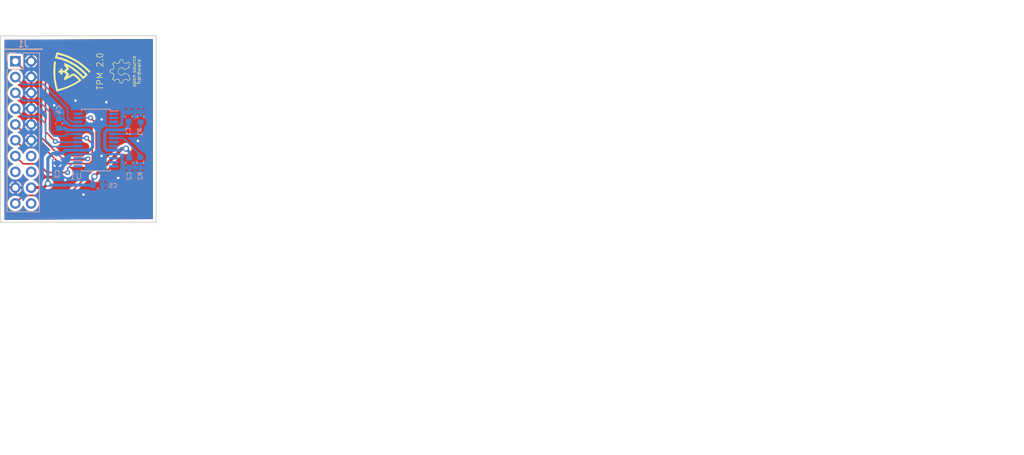
<source format=kicad_pcb>
(kicad_pcb (version 20221018) (generator pcbnew)
  (layers (0 "F.Cu" signal) (31 "B.Cu" signal) (34 "B.Paste" user) (35 "F.Paste" user) (36 "B.SilkS" user "B.Silkscreen") (37 "F.SilkS" user "F.Silkscreen") (38 "B.Mask" user) (39 "F.Mask" user) (44 "Edge.Cuts" user))
  (net 0 "")
  (net 1 "+3V3")
  (net 2 "GND")
  (net 3 "LFRAME#")
  (net 4 "LAD2")
  (net 5 "LAD1")
  (net 6 "LAD0")
  (net 7 "RST#")
  (net 8 "LCLK")
  (net 9 "SERIRQ")
  (net 10 "Net-(U1-GPIO)")
  (net 11 "LAD3")
  (net 12 "Net-(U1-PP)")
  (footprint "LOGO" (layer "F.Cu") (at 130.683 97.155 90)
    (fp_text reference "G***" hide)
    (fp_text value "LOGO" hide)
  )
  (footprint "LOGO" (layer "F.Cu") (at 122.047 97.155 90)
    (fp_text reference "G***" hide)
    (fp_text value "LOGO" hide)
  )
  (footprint "Capacitor_SMD:C_0603_1608Metric" (layer "B.Cu") (at 126.238 115.443)
    (fp_text reference "C5" (at 2.4765 0.0635) (layer "B.SilkS") (effects (font (size 0.7 0.7) (thickness 0.1)) (justify mirror)))
    (fp_text value "1uF")
    (pad "1" smd roundrect (at -0.775 0) (size 0.9 0.95) (layers "B.Cu" "B.Paste" "B.Mask") (net 1 "+3V3"))
    (pad "2" smd roundrect (at 0.775 0) (size 0.9 0.95) (layers "B.Cu" "B.Paste" "B.Mask") (net 2 "GND"))
  )
  (footprint "Capacitor_SMD:C_0603_1608Metric" (layer "B.Cu") (at 131.2291 104.4448 90)
    (fp_text reference "C1" (at -2.413 -0.0635 90) (layer "B.SilkS") (effects (font (size 0.7 0.7) (thickness 0.1)) (justify mirror)))
    (fp_text value "100nF")
    (pad "1" smd roundrect (at -0.775 0 90) (size 0.9 0.95) (layers "B.Cu" "B.Paste" "B.Mask") (net 1 "+3V3"))
    (pad "2" smd roundrect (at 0.775 0 90) (size 0.9 0.95) (layers "B.Cu" "B.Paste" "B.Mask") (net 2 "GND"))
  )
  (footprint "Capacitor_SMD:C_0603_1608Metric" (layer "B.Cu") (at 120.015 105.5497 90)
    (fp_text reference "C4" (at 2.2225 0 90) (layer "B.SilkS") (effects (font (size 0.7 0.7) (thickness 0.1)) (justify mirror)))
    (fp_text value "100nF")
    (pad "1" smd roundrect (at -0.775 0 90) (size 0.9 0.95) (layers "B.Cu" "B.Paste" "B.Mask") (net 1 "+3V3"))
    (pad "2" smd roundrect (at 0.775 0 90) (size 0.9 0.95) (layers "B.Cu" "B.Paste" "B.Mask") (net 2 "GND"))
  )
  (footprint "Capacitor_SMD:C_0603_1608Metric" (layer "B.Cu") (at 131.318 111.8362 -90)
    (fp_text reference "C2" (at 2.159 0 270) (layer "B.SilkS") (effects (font (size 0.7 0.7) (thickness 0.1)) (justify mirror)))
    (fp_text value "100nF")
    (pad "1" smd roundrect (at -0.775 0 270) (size 0.9 0.95) (layers "B.Cu" "B.Paste" "B.Mask") (net 1 "+3V3"))
    (pad "2" smd roundrect (at 0.775 0 270) (size 0.9 0.95) (layers "B.Cu" "B.Paste" "B.Mask") (net 2 "GND"))
  )
  (footprint "Resistor_SMD:R_0603_1608Metric" (layer "B.Cu") (at 133.1595 104.4702 -90)
    (fp_text reference "R1" (at 2.4765 0.127 270) (layer "B.SilkS") (effects (font (size 0.7 0.7) (thickness 0.1)) (justify mirror)))
    (fp_text value "10k")
    (pad "1" smd roundrect (at -0.825 0 270) (size 0.8 0.95) (layers "B.Cu" "B.Paste" "B.Mask") (net 2 "GND"))
    (pad "2" smd roundrect (at 0.825 0 270) (size 0.8 0.95) (layers "B.Cu" "B.Paste" "B.Mask") (net 10 "Net-(U1-GPIO)"))
  )
  (footprint "Capacitor_SMD:C_0603_1608Metric" (layer "B.Cu") (at 119.761 111.125 -90)
    (fp_text reference "C3" (at 2.54 0 270) (layer "B.SilkS") (effects (font (size 0.7 0.7) (thickness 0.1)) (justify mirror)))
    (fp_text value "100nF")
    (pad "1" smd roundrect (at -0.775 0 270) (size 0.9 0.95) (layers "B.Cu" "B.Paste" "B.Mask") (net 1 "+3V3"))
    (pad "2" smd roundrect (at 0.775 0 270) (size 0.9 0.95) (layers "B.Cu" "B.Paste" "B.Mask") (net 2 "GND"))
  )
  (footprint "Resistor_SMD:R_0603_1608Metric" (layer "B.Cu") (at 133.096 111.8108 90)
    (fp_text reference "R2" (at -2.167197 0 90) (layer "B.SilkS") (effects (font (size 0.7 0.7) (thickness 0.1)) (justify mirror)))
    (fp_text value "10k")
    (pad "1" smd roundrect (at -0.825 0 90) (size 0.8 0.95) (layers "B.Cu" "B.Paste" "B.Mask") (net 2 "GND"))
    (pad "2" smd roundrect (at 0.825 0 90) (size 0.8 0.95) (layers "B.Cu" "B.Paste" "B.Mask") (net 12 "Net-(U1-PP)"))
  )
  (footprint "Package_SO:TSSOP-28_4.4x9.7mm_P0.65mm" (layer "B.Cu") (at 125.9459 108.204 180)
    (fp_text reference "U1" (at 3.2004 -5.7912 180) (layer "B.SilkS") (effects (font (thickness 0.1)) (justify mirror)))
    (fp_text value "SLB9665")
    (pad "1" smd roundrect (at -2.8625 4.225 180) (size 1.475 0.4) (layers "B.Cu" "B.Paste" "B.Mask"))
    (pad "2" smd roundrect (at -2.8625 3.575 180) (size 1.475 0.4) (layers "B.Cu" "B.Paste" "B.Mask"))
    (pad "3" smd roundrect (at -2.8625 2.925 180) (size 1.475 0.4) (layers "B.Cu" "B.Paste" "B.Mask"))
    (pad "4" smd roundrect (at -2.8625 2.275 180) (size 1.475 0.4) (layers "B.Cu" "B.Paste" "B.Mask") (net 2 "GND"))
    (pad "5" smd roundrect (at -2.8625 1.625 180) (size 1.475 0.4) (layers "B.Cu" "B.Paste" "B.Mask") (net 1 "+3V3"))
    (pad "6" smd roundrect (at -2.8625 0.975 180) (size 1.475 0.4) (layers "B.Cu" "B.Paste" "B.Mask") (net 10 "Net-(U1-GPIO)"))
    (pad "7" smd roundrect (at -2.8625 0.325 180) (size 1.475 0.4) (layers "B.Cu" "B.Paste" "B.Mask") (net 12 "Net-(U1-PP)"))
    (pad "8" smd roundrect (at -2.8625 -0.325 180) (size 1.475 0.4) (layers "B.Cu" "B.Paste" "B.Mask"))
    (pad "9" smd roundrect (at -2.8625 -0.975 180) (size 1.475 0.4) (layers "B.Cu" "B.Paste" "B.Mask"))
    (pad "10" smd roundrect (at -2.8625 -1.625 180) (size 1.475 0.4) (layers "B.Cu" "B.Paste" "B.Mask") (net 1 "+3V3"))
    (pad "11" smd roundrect (at -2.8625 -2.275 180) (size 1.475 0.4) (layers "B.Cu" "B.Paste" "B.Mask") (net 2 "GND"))
    (pad "12" smd roundrect (at -2.8625 -2.925 180) (size 1.475 0.4) (layers "B.Cu" "B.Paste" "B.Mask"))
    (pad "13" smd roundrect (at -2.8625 -3.575 180) (size 1.475 0.4) (layers "B.Cu" "B.Paste" "B.Mask"))
    (pad "14" smd roundrect (at -2.8625 -4.225 180) (size 1.475 0.4) (layers "B.Cu" "B.Paste" "B.Mask"))
    (pad "15" smd roundrect (at 2.8625 -4.225 180) (size 1.475 0.4) (layers "B.Cu" "B.Paste" "B.Mask"))
    (pad "16" smd roundrect (at 2.8625 -3.575 180) (size 1.475 0.4) (layers "B.Cu" "B.Paste" "B.Mask") (net 7 "RST#"))
    (pad "17" smd roundrect (at 2.8625 -2.925 180) (size 1.475 0.4) (layers "B.Cu" "B.Paste" "B.Mask") (net 11 "LAD3"))
    (pad "18" smd roundrect (at 2.8625 -2.275 180) (size 1.475 0.4) (layers "B.Cu" "B.Paste" "B.Mask") (net 2 "GND"))
    (pad "19" smd roundrect (at 2.8625 -1.625 180) (size 1.475 0.4) (layers "B.Cu" "B.Paste" "B.Mask") (net 1 "+3V3"))
    (pad "20" smd roundrect (at 2.8625 -0.975 180) (size 1.475 0.4) (layers "B.Cu" "B.Paste" "B.Mask") (net 4 "LAD2"))
    (pad "21" smd roundrect (at 2.8625 -0.325 180) (size 1.475 0.4) (layers "B.Cu" "B.Paste" "B.Mask") (net 8 "LCLK"))
    (pad "22" smd roundrect (at 2.8625 0.325 180) (size 1.475 0.4) (layers "B.Cu" "B.Paste" "B.Mask") (net 3 "LFRAME#"))
    (pad "23" smd roundrect (at 2.8625 0.975 180) (size 1.475 0.4) (layers "B.Cu" "B.Paste" "B.Mask") (net 5 "LAD1"))
    (pad "24" smd roundrect (at 2.8625 1.625 180) (size 1.475 0.4) (layers "B.Cu" "B.Paste" "B.Mask") (net 1 "+3V3"))
    (pad "25" smd roundrect (at 2.8625 2.275 180) (size 1.475 0.4) (layers "B.Cu" "B.Paste" "B.Mask") (net 2 "GND"))
    (pad "26" smd roundrect (at 2.8625 2.925 180) (size 1.475 0.4) (layers "B.Cu" "B.Paste" "B.Mask") (net 6 "LAD0"))
    (pad "27" smd roundrect (at 2.8625 3.575 180) (size 1.475 0.4) (layers "B.Cu" "B.Paste" "B.Mask") (net 9 "SERIRQ"))
    (pad "28" smd roundrect (at 2.8625 4.225 180) (size 1.475 0.4) (layers "B.Cu" "B.Paste" "B.Mask"))
  )
  (footprint "Connector_PinSocket_2.54mm:PinSocket_2x10_P2.54mm_Vertical" (layer "B.Cu") (at 113.01 95.534 180)
    (fp_text reference "J1" (at -1.27 2.77) (layer "B.SilkS") (effects (justify mirror)))
    (fp_text value "Conn_02x10_Odd_Even" hide)
    (pad "1" thru_hole rect (at 0 0 180) (size 1.7 1.7) (drill 1) (layers "*.Cu" "*.Mask") (net 8 "LCLK"))
    (pad "2" thru_hole oval (at -2.54 0 180) (size 1.7 1.7) (drill 1) (layers "*.Cu" "*.Mask") (net 2 "GND"))
    (pad "3" thru_hole oval (at 0 -2.54 180) (size 1.7 1.7) (drill 1) (layers "*.Cu" "*.Mask") (net 6 "LAD0"))
    (pad "4" thru_hole oval (at -2.54 -2.54 180) (size 1.7 1.7) (drill 1) (layers "*.Cu" "*.Mask") (net 2 "GND"))
    (pad "5" thru_hole oval (at 0 -5.08 180) (size 1.7 1.7) (drill 1) (layers "*.Cu" "*.Mask") (net 5 "LAD1"))
    (pad "6" thru_hole oval (at -2.54 -5.08 180) (size 1.7 1.7) (drill 1) (layers "*.Cu" "*.Mask") (net 2 "GND"))
    (pad "7" thru_hole oval (at 0 -7.62 180) (size 1.7 1.7) (drill 1) (layers "*.Cu" "*.Mask") (net 4 "LAD2"))
    (pad "8" thru_hole oval (at -2.54 -7.62 180) (size 1.7 1.7) (drill 1) (layers "*.Cu" "*.Mask") (net 2 "GND"))
    (pad "9" thru_hole oval (at 0 -10.16 180) (size 1.7 1.7) (drill 1) (layers "*.Cu" "*.Mask") (net 11 "LAD3"))
    (pad "10" thru_hole oval (at -2.54 -10.16 180) (size 1.7 1.7) (drill 1) (layers "*.Cu" "*.Mask") (net 2 "GND"))
    (pad "11" thru_hole oval (at 0 -12.7 180) (size 1.7 1.7) (drill 1) (layers "*.Cu" "*.Mask") (net 3 "LFRAME#"))
    (pad "12" thru_hole oval (at -2.54 -12.7 180) (size 1.7 1.7) (drill 1) (layers "*.Cu" "*.Mask") (net 2 "GND"))
    (pad "13" thru_hole oval (at 0 -15.24 180) (size 1.7 1.7) (drill 1) (layers "*.Cu" "*.Mask") (net 7 "RST#"))
    (pad "14" thru_hole oval (at -2.54 -15.24 180) (size 1.7 1.7) (drill 1) (layers "*.Cu" "*.Mask"))
    (pad "15" thru_hole oval (at 0 -17.78 180) (size 1.7 1.7) (drill 1) (layers "*.Cu" "*.Mask"))
    (pad "16" thru_hole oval (at -2.54 -17.78 180) (size 1.7 1.7) (drill 1) (layers "*.Cu" "*.Mask"))
    (pad "17" thru_hole oval (at 0 -20.32 180) (size 1.7 1.7) (drill 1) (layers "*.Cu" "*.Mask") (net 2 "GND"))
    (pad "18" thru_hole oval (at -2.54 -20.32 180) (size 1.7 1.7) (drill 1) (layers "*.Cu" "*.Mask") (net 1 "+3V3"))
    (pad "19" thru_hole oval (at 0 -22.86 180) (size 1.7 1.7) (drill 1) (layers "*.Cu" "*.Mask") (net 9 "SERIRQ"))
    (pad "20" thru_hole oval (at -2.54 -22.86 180) (size 1.7 1.7) (drill 1) (layers "*.Cu" "*.Mask"))
  )
  (gr_line (start 111.252 93.599) (end 117.348 93.599) (stroke (width 0.15)) (layer "B.SilkS"))
  (gr_line (start 111.252 93.599) (end 117.348 93.599) (stroke (width 0.15)) (layer "F.SilkS"))
  (gr_line (start 110.617 91.4527) (end 135.636 91.4273) (stroke (width 0.15)) (layer "Edge.Cuts"))
  (gr_line (start 135.636 121.412) (end 110.617 121.412) (stroke (width 0.15)) (layer "Edge.Cuts"))
  (gr_line (start 110.617 121.412) (end 110.617 91.4527) (stroke (width 0.15)) (layer "Edge.Cuts"))
  (gr_line (start 135.636 91.4273) (end 135.636 121.412) (stroke (width 0.15)) (layer "Edge.Cuts"))
  (gr_text "TPM 2.0" (at 126.619 97.155 90) (layer "F.SilkS") (effects (font (size 1 1) (thickness 0.1))))
  (segment (start 130.2004 109.5756) (end 130.7846 109.5756) (width 0.5) (layer "F.Cu") (net 1))
  (segment (start 125.73 114.046) (end 130.2004 109.5756) (width 0.5) (layer "F.Cu") (net 1))
  (segment (start 115.58 115.824) (end 115.55 115.854) (width 0.5) (layer "F.Cu") (net 1))
  (segment (start 117.602 115.824) (end 115.58 115.824) (width 0.5) (layer "F.Cu") (net 1))
  (segment (start 118.237 115.189) (end 117.602 115.824) (width 0.5) (layer "F.Cu") (net 1))
  (via (at 125.73 114.046) (size 1) (drill 0.6) (layers "F.Cu" "B.Cu") (net 1))
  (via (at 118.237 115.189) (size 1) (drill 0.6) (layers "F.Cu" "B.Cu") (net 1))
  (via (at 130.7846 109.5756) (size 1) (drill 0.6) (layers "F.Cu" "B.Cu") (net 1))
  (segment (start 119.012 110.35) (end 120.015 110.35) (width 0.5) (layer "B.Cu") (net 1))
  (segment (start 131.318 110.109) (end 130.7846 109.5756) (width 0.5) (layer "B.Cu") (net 1))
  (segment (start 128.8084 109.829) (end 129.82 109.829) (width 0.5) (layer "B.Cu") (net 1))
  (segment (start 131.2291 105.2323) (end 131.2291 105.88395) (width 0.5) (layer "B.Cu") (net 1))
  (segment (start 118.237 111.125) (end 119.012 110.35) (width 0.5) (layer "B.Cu") (net 1))
  (segment (start 124.9432 109.829) (end 121.1202 109.829) (width 0.5) (layer "B.Cu") (net 1))
  (segment (start 121.2348 106.579) (end 124.8924 106.579) (width 0.5) (layer "B.Cu") (net 1))
  (segment (start 121.1202 109.829) (end 120.5992 110.35) (width 0.5) (layer "B.Cu") (net 1))
  (segment (start 124.8924 106.579) (end 125.4252 107.1118) (width 0.5) (layer "B.Cu") (net 1))
  (segment (start 125.73 114.046) (end 125.463 114.313) (width 0.5) (layer "B.Cu") (net 1))
  (segment (start 125.463 114.313) (end 125.463 115.443) (width 0.5) (layer "B.Cu") (net 1))
  (segment (start 131.318 111.0358) (end 131.318 110.109) (width 0.5) (layer "B.Cu") (net 1))
  (segment (start 127.381 109.474) (end 127.381 106.934) (width 0.5) (layer "B.Cu") (net 1))
  (segment (start 130.0734 109.5756) (end 130.7846 109.5756) (width 0.5) (layer "B.Cu") (net 1))
  (segment (start 118.237 115.189) (end 118.491 115.443) (width 0.5) (layer "B.Cu") (net 1))
  (segment (start 120.015 106.3247) (end 120.9805 106.3247) (width 0.5) (layer "B.Cu") (net 1))
  (segment (start 125.4252 109.347) (end 124.9432 109.829) (width 0.5) (layer "B.Cu") (net 1))
  (segment (start 120.015 106.3247) (end 120.015 106.3372) (width 0.5) (layer "B.Cu") (net 1))
  (segment (start 129.82 109.829) (end 130.0734 109.5756) (width 0.5) (layer "B.Cu") (net 1))
  (segment (start 118.491 115.443) (end 125.463 115.443) (width 0.5) (layer "B.Cu") (net 1))
  (segment (start 127.736 106.579) (end 128.8084 106.579) (width 0.5) (layer "B.Cu") (net 1))
  (segment (start 127.381 106.934) (end 127.736 106.579) (width 0.5) (layer "B.Cu") (net 1))
  (segment (start 128.8084 109.829) (end 127.736 109.829) (width 0.5) (layer "B.Cu") (net 1))
  (segment (start 120.5992 110.35) (end 119.761 110.35) (width 0.5) (layer "B.Cu") (net 1))
  (segment (start 120.9805 106.3247) (end 121.2348 106.579) (width 0.5) (layer "B.Cu") (net 1))
  (segment (start 118.237 115.189) (end 118.237 111.125) (width 0.5) (layer "B.Cu") (net 1))
  (segment (start 127.736 109.829) (end 127.381 109.474) (width 0.5) (layer "B.Cu") (net 1))
  (segment (start 130.53405 106.579) (end 128.7959 106.579) (width 0.5) (layer "B.Cu") (net 1))
  (segment (start 131.2291 105.88395) (end 130.53405 106.579) (width 0.5) (layer "B.Cu") (net 1))
  (segment (start 125.4252 107.1118) (end 125.4252 109.347) (width 0.5) (layer "B.Cu") (net 1))
  (via (at 122.682 101.854) (size 0.8) (drill 0.4) (layers "F.Cu" "B.Cu") (net 2))
  (via (at 129.54 114.3) (size 0.8) (drill 0.4) (layers "F.Cu" "B.Cu") (net 2))
  (via (at 126.873 104.902) (size 0.8) (drill 0.4) (layers "F.Cu" "B.Cu") (net 2))
  (via (at 123.952 116.967) (size 0.8) (drill 0.4) (layers "F.Cu" "B.Cu") (net 2))
  (via (at 119.253 102.616) (size 0.8) (drill 0.4) (layers "F.Cu" "B.Cu") (net 2))
  (via (at 127.635 102.108) (size 0.8) (drill 0.4) (layers "F.Cu" "B.Cu") (net 2))
  (via (at 132.715 108.331) (size 0.8) (drill 0.4) (layers "F.Cu" "B.Cu") (net 2))
  (via (at 121.031 114.5935) (size 0.8) (drill 0.4) (layers "F.Cu" "B.Cu") (net 2))
  (via (at 126.873 110.744) (size 0.8) (drill 0.4) (layers "F.Cu" "B.Cu") (net 2))
  (segment (start 121.9183 105.929) (end 123.0959 105.929) (width 0.25) (layer "B.Cu") (net 2))
  (segment (start 130.1115 103.8352) (end 130.2894 103.6573) (width 0.25) (layer "B.Cu") (net 2))
  (segment (start 121.031 111.633) (end 120.764 111.9) (width 0.25) (layer "B.Cu") (net 2))
  (segment (start 121.55 110.479) (end 121.031 110.998) (width 0.25) (layer "B.Cu") (net 2))
  (segment (start 130.302 110.871) (end 129.91 110.479) (width 0.25) (layer "B.Cu") (net 2))
  (segment (start 129.91 110.479) (end 128.8084 110.479) (width 0.25) (layer "B.Cu") (net 2))
  (segment (start 120.764 111.9) (end 119.761 111.9) (width 0.25) (layer "B.Cu") (net 2))
  (segment (start 131.318 112.5858) (end 130.5436 112.5858) (width 0.25) (layer "B.Cu") (net 2))
  (segment (start 121.031 110.998) (end 121.031 111.633) (width 0.25) (layer "B.Cu") (net 2))
  (segment (start 128.7959 105.929) (end 129.5959 105.929) (width 0.25) (layer "B.Cu") (net 2))
  (segment (start 128.8084 110.479) (end 121.55 110.479) (width 0.25) (layer "B.Cu") (net 2))
  (segment (start 130.302 112.3442) (end 130.302 110.871) (width 0.25) (layer "B.Cu") (net 2))
  (segment (start 120.7515 104.7622) (end 121.9183 105.929) (width 0.25) (layer "B.Cu") (net 2))
  (segment (start 130.1115 105.4134) (end 130.1115 103.8352) (width 0.25) (layer "B.Cu") (net 2))
  (segment (start 120.015 104.7622) (end 120.7515 104.7622) (width 0.25) (layer "B.Cu") (net 2))
  (segment (start 129.5959 105.929) (end 130.1115 105.4134) (width 0.25) (layer "B.Cu") (net 2))
  (segment (start 123.0959 105.929) (end 128.7959 105.929) (width 0.25) (layer "B.Cu") (net 2))
  (segment (start 130.2894 103.6573) (end 131.2291 103.6573) (width 0.25) (layer "B.Cu") (net 2))
  (segment (start 130.5436 112.5858) (end 130.302 112.3442) (width 0.25) (layer "B.Cu") (net 2))
  (segment (start 120.142 111.9886) (end 117.5624 109.409) (width 0.25) (layer "F.Cu") (net 3))
  (segment (start 117.156 109.409) (end 114.185 109.409) (width 0.25) (layer "F.Cu") (net 3))
  (segment (start 125.3882 111.526905) (end 124.926505 111.9886) (width 0.25) (layer "F.Cu") (net 3))
  (segment (start 124.4652 107.879) (end 125.3882 108.802) (width 0.25) (layer "F.Cu") (net 3))
  (segment (start 114.185 109.409) (end 113.01 108.234) (width 0.25) (layer "F.Cu") (net 3))
  (segment (start 124.926505 111.9886) (end 120.142 111.9886) (width 0.25) (layer "F.Cu") (net 3))
  (segment (start 125.3882 108.802) (end 125.3882 111.526905) (width 0.25) (layer "F.Cu") (net 3))
  (segment (start 117.5624 109.409) (end 117.156 109.409) (width 0.25) (layer "F.Cu") (net 3))
  (via (at 124.4652 107.879) (size 0.8) (drill 0.4) (layers "F.Cu" "B.Cu") (net 3))
  (segment (start 124.4652 107.879) (end 123.0959 107.879) (width 0.25) (layer "B.Cu") (net 3))
  (segment (start 117.856 105.537) (end 117.856 108.204) (width 0.25) (layer "B.Cu") (net 4))
  (segment (start 123.0209 109.254) (end 123.0959 109.179) (width 0.25) (layer "B.Cu") (net 4))
  (segment (start 113.01 103.154) (end 114.25 104.394) (width 0.25) (layer "B.Cu") (net 4))
  (segment (start 116.713 104.394) (end 117.856 105.537) (width 0.25) (layer "B.Cu") (net 4))
  (segment (start 114.25 104.394) (end 116.713 104.394) (width 0.25) (layer "B.Cu") (net 4))
  (segment (start 117.856 108.204) (end 118.906 109.254) (width 0.25) (layer "B.Cu") (net 4))
  (segment (start 118.906 109.254) (end 123.0209 109.254) (width 0.25) (layer "B.Cu") (net 4))
  (segment (start 114.25 101.854) (end 113.01 100.614) (width 0.25) (layer "B.Cu") (net 5))
  (segment (start 119.2276 107.569) (end 118.618 106.9594) (width 0.25) (layer "B.Cu") (net 5))
  (segment (start 118.618 103.759) (end 116.713 101.854) (width 0.25) (layer "B.Cu") (net 5))
  (segment (start 121.3456 107.229) (end 121.0056 107.569) (width 0.25) (layer "B.Cu") (net 5))
  (segment (start 118.618 106.9594) (end 118.618 103.759) (width 0.25) (layer "B.Cu") (net 5))
  (segment (start 121.0056 107.569) (end 119.2276 107.569) (width 0.25) (layer "B.Cu") (net 5))
  (segment (start 116.713 101.854) (end 114.25 101.854) (width 0.25) (layer "B.Cu") (net 5))
  (segment (start 123.0959 107.229) (end 121.3456 107.229) (width 0.25) (layer "B.Cu") (net 5))
  (segment (start 121.412 103.124) (end 121.412 104.6226) (width 0.25) (layer "B.Cu") (net 6))
  (segment (start 113.01 98.074) (end 114.185 99.249) (width 0.25) (layer "B.Cu") (net 6))
  (segment (start 122.07185 105.28245) (end 123.09245 105.28245) (width 0.25) (layer "B.Cu") (net 6))
  (segment (start 114.185 99.249) (end 117.537 99.249) (width 0.25) (layer "B.Cu") (net 6))
  (segment (start 121.412 104.6226) (end 122.07185 105.28245) (width 0.25) (layer "B.Cu") (net 6))
  (segment (start 117.537 99.249) (end 121.412 103.124) (width 0.25) (layer "B.Cu") (net 6))
  (segment (start 121.412 113.411) (end 118.11 113.411) (width 0.25) (layer "F.Cu") (net 7))
  (segment (start 116.713 112.014) (end 114.25 112.014) (width 0.25) (layer "F.Cu") (net 7))
  (segment (start 114.25 112.014) (end 113.01 110.774) (width 0.25) (layer "F.Cu") (net 7))
  (segment (start 118.11 113.411) (end 116.713 112.014) (width 0.25) (layer "F.Cu") (net 7))
  (via (at 121.412 113.411) (size 0.8) (drill 0.4) (layers "F.Cu" "B.Cu") (net 7))
  (segment (start 121.412 112.759088) (end 122.392088 111.779) (width 0.25) (layer "B.Cu") (net 7))
  (segment (start 121.412 113.411) (end 121.412 112.759088) (width 0.25) (layer "B.Cu") (net 7))
  (segment (start 122.392088 111.779) (end 123.0834 111.779) (width 0.25) (layer "B.Cu") (net 7))
  (segment (start 114.185 96.709) (end 113.01 95.534) (width 0.25) (layer "F.Cu") (net 8))
  (segment (start 117.856 106.839944) (end 117.856 98.528299) (width 0.25) (layer "F.Cu") (net 8))
  (segment (start 117.856 98.528299) (end 116.036701 96.709) (width 0.25) (layer "F.Cu") (net 8))
  (segment (start 119.427028 108.410972) (end 117.856 106.839944) (width 0.25) (layer "F.Cu") (net 8))
  (segment (start 116.036701 96.709) (end 114.185 96.709) (width 0.25) (layer "F.Cu") (net 8))
  (via (at 119.427028 108.410972) (size 0.8) (drill 0.4) (layers "F.Cu" "B.Cu") (net 8))
  (segment (start 119.427028 108.410972) (end 119.550256 108.5342) (width 0.25) (layer "B.Cu") (net 8))
  (segment (start 119.550256 108.5342) (end 123.0907 108.5342) (width 0.25) (layer "B.Cu") (net 8))
  (segment (start 114.31 117.094) (end 113.01 118.394) (width 0.25) (layer "F.Cu") (net 9))
  (segment (start 125.095 104.629) (end 125.984 105.518) (width 0.25) (layer "F.Cu") (net 9))
  (segment (start 121.412 117.094) (end 114.31 117.094) (width 0.25) (layer "F.Cu") (net 9))
  (segment (start 125.984 105.518) (end 125.984 112.522) (width 0.25) (layer "F.Cu") (net 9))
  (segment (start 125.984 112.522) (end 121.412 117.094) (width 0.25) (layer "F.Cu") (net 9))
  (via (at 125.095 104.629) (size 0.8) (drill 0.4) (layers "F.Cu" "B.Cu") (net 9))
  (segment (start 125.095 104.629) (end 123.0834 104.629) (width 0.25) (layer "B.Cu") (net 9))
  (segment (start 132.42925 107.23245) (end 133.1595 106.5022) (width 0.25) (layer "B.Cu") (net 10))
  (segment (start 133.1595 106.5022) (end 133.1595 105.2577) (width 0.25) (layer "B.Cu") (net 10))
  (segment (start 128.7959 107.229) (end 131.741248 107.229) (width 0.25) (layer "B.Cu") (net 10))
  (segment (start 131.741248 107.229) (end 131.744698 107.23245) (width 0.25) (layer "B.Cu") (net 10))
  (segment (start 131.744698 107.23245) (end 132.42925 107.23245) (width 0.25) (layer "B.Cu") (net 10))
  (segment (start 124.5108 111.379) (end 124.6632 111.2266) (width 0.25) (layer "F.Cu") (net 11))
  (segment (start 120.777 111.379) (end 124.5108 111.379) (width 0.25) (layer "F.Cu") (net 11))
  (segment (start 113.01 105.694) (end 114.25 106.934) (width 0.25) (layer "F.Cu") (net 11))
  (segment (start 116.332 106.934) (end 120.777 111.379) (width 0.25) (layer "F.Cu") (net 11))
  (segment (start 114.25 106.934) (end 116.332 106.934) (width 0.25) (layer "F.Cu") (net 11))
  (via (at 124.6632 111.2266) (size 0.8) (drill 0.4) (layers "F.Cu" "B.Cu") (net 11))
  (segment (start 124.5656 111.129) (end 123.0959 111.129) (width 0.25) (layer "B.Cu") (net 11))
  (segment (start 124.6632 111.2266) (end 124.5656 111.129) (width 0.25) (layer "B.Cu") (net 11))
  (segment (start 128.7959 107.879) (end 130.358 107.879) (width 0.25) (layer "B.Cu") (net 12))
  (segment (start 130.358 107.879) (end 133.096 110.617) (width 0.25) (layer "B.Cu") (net 12))
  (segment (start 133.096 110.617) (end 133.096 110.9858) (width 0.25) (layer "B.Cu") (net 12))
  (zone (net 2) (net_name "GND") (layer "F.Cu") (priority 1) (connect_pads (clearance 0.4)) (min_thickness 0.2) (fill yes (thermal_gap 0.2) (thermal_bridge_width 0.5))
    (polygon (pts (xy 135.128 91.948) (xy 111.252 92.075) (xy 111.252 121.031) (xy 135.128 120.904)))
  )
  (zone (net 2) (net_name "GND") (layers "F&B.Cu") (connect_pads (clearance 0.4)) (min_thickness 0.2) (fill yes (thermal_gap 0.2) (thermal_bridge_width 0.5))
    (polygon (pts (xy 111.252 92.075) (xy 135.128 91.948) (xy 135.128 120.904) (xy 111.252 121.031)))
  )
)
</source>
